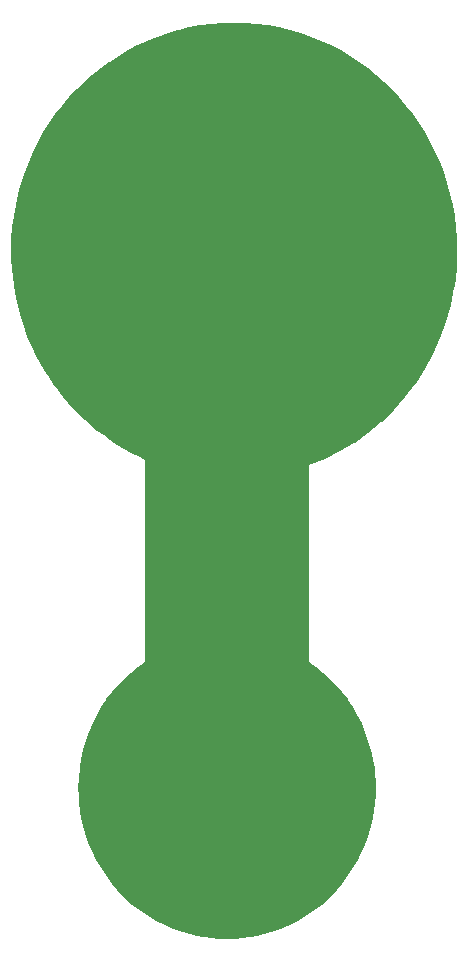
<source format=gbs>
G04 #@! TF.GenerationSoftware,KiCad,Pcbnew,(6.0.2)*
G04 #@! TF.CreationDate,2023-03-16T16:21:51-07:00*
G04 #@! TF.ProjectId,dingle-bop,64696e67-6c65-42d6-926f-702e6b696361,rev?*
G04 #@! TF.SameCoordinates,Original*
G04 #@! TF.FileFunction,Soldermask,Bot*
G04 #@! TF.FilePolarity,Negative*
%FSLAX46Y46*%
G04 Gerber Fmt 4.6, Leading zero omitted, Abs format (unit mm)*
G04 Created by KiCad (PCBNEW (6.0.2)) date 2023-03-16 16:21:51*
%MOMM*%
%LPD*%
G01*
G04 APERTURE LIST*
G04 APERTURE END LIST*
G36*
X147421606Y-59533557D02*
G01*
X147428110Y-59533893D01*
X148380818Y-59607900D01*
X148387280Y-59608570D01*
X149326103Y-59730438D01*
X149332496Y-59731436D01*
X150256236Y-59899953D01*
X150262537Y-59901269D01*
X151170113Y-60115247D01*
X151176302Y-60116874D01*
X152066448Y-60375088D01*
X152072506Y-60377012D01*
X152944122Y-60678279D01*
X152950035Y-60680490D01*
X153801924Y-61023602D01*
X153807677Y-61026087D01*
X154638668Y-61409844D01*
X154644250Y-61412591D01*
X155453153Y-61835787D01*
X155458556Y-61838784D01*
X156244235Y-62300239D01*
X156249450Y-62303476D01*
X157010661Y-62801952D01*
X157015683Y-62805417D01*
X157751298Y-63339743D01*
X157756122Y-63343428D01*
X158464923Y-63912377D01*
X158469543Y-63916271D01*
X159150377Y-64518662D01*
X159154790Y-64522759D01*
X159806452Y-65157364D01*
X159810654Y-65161656D01*
X160431964Y-65827274D01*
X160435951Y-65831754D01*
X161025740Y-66527191D01*
X161029508Y-66531854D01*
X161586586Y-67255899D01*
X161590129Y-67260738D01*
X162113310Y-68012176D01*
X162116623Y-68017185D01*
X162604731Y-68794816D01*
X162607808Y-68799989D01*
X163059658Y-69602600D01*
X163062493Y-69607931D01*
X163476902Y-70434308D01*
X163479488Y-70439789D01*
X163855295Y-71288768D01*
X163857622Y-71294389D01*
X164193624Y-72164714D01*
X164195686Y-72170467D01*
X164490714Y-73060947D01*
X164492503Y-73066820D01*
X164745386Y-73976296D01*
X164746892Y-73982275D01*
X164956445Y-74909510D01*
X164957661Y-74915581D01*
X165122702Y-75859384D01*
X165123621Y-75865530D01*
X165242972Y-76824710D01*
X165243588Y-76830912D01*
X165316066Y-77804268D01*
X165316375Y-77810505D01*
X165340777Y-78795978D01*
X165340722Y-78803960D01*
X165280799Y-80355286D01*
X165280036Y-80365095D01*
X165102253Y-81881436D01*
X165100735Y-81891113D01*
X164809703Y-83368712D01*
X164807454Y-83378185D01*
X164407808Y-84812360D01*
X164404857Y-84821568D01*
X163901233Y-86207610D01*
X163897612Y-86216503D01*
X163294650Y-87549675D01*
X163290392Y-87558214D01*
X162592708Y-88833828D01*
X162587841Y-88841980D01*
X161800098Y-90055258D01*
X161794649Y-90062998D01*
X160921464Y-91209240D01*
X160915455Y-91216542D01*
X159961490Y-92290985D01*
X159954939Y-92297827D01*
X158924843Y-93295739D01*
X158917767Y-93302095D01*
X157816167Y-94218758D01*
X157808580Y-94224598D01*
X156640145Y-95055264D01*
X156632066Y-95060553D01*
X155401445Y-95800496D01*
X155392895Y-95805196D01*
X154104720Y-96449703D01*
X154095730Y-96453769D01*
X152766787Y-96993186D01*
X152755498Y-97002152D01*
X152750000Y-97019493D01*
X152750000Y-113577868D01*
X152756296Y-113599310D01*
X152759765Y-113602952D01*
X153374873Y-114041952D01*
X153380970Y-114046590D01*
X153974249Y-114527005D01*
X153980026Y-114531979D01*
X154543273Y-115047496D01*
X154548722Y-115052794D01*
X155080297Y-115601771D01*
X155085408Y-115607378D01*
X155583699Y-116188196D01*
X155588464Y-116194101D01*
X156051866Y-116805147D01*
X156056274Y-116811339D01*
X156483170Y-117450986D01*
X156487209Y-117457454D01*
X156875982Y-118124073D01*
X156879638Y-118130803D01*
X157228697Y-118822798D01*
X157231954Y-118829777D01*
X157539685Y-119545519D01*
X157542525Y-119552728D01*
X157807323Y-120290607D01*
X157809728Y-120298025D01*
X158030253Y-121057351D01*
X158031760Y-121063030D01*
X158124455Y-121448467D01*
X158125316Y-121452308D01*
X158206506Y-121843243D01*
X158207247Y-121847119D01*
X158276503Y-122242402D01*
X158277125Y-122246311D01*
X158334231Y-122645661D01*
X158334731Y-122649596D01*
X158379503Y-123052927D01*
X158379879Y-123056883D01*
X158412109Y-123463944D01*
X158412360Y-123467916D01*
X158431845Y-123878485D01*
X158431971Y-123882467D01*
X158438503Y-124295812D01*
X158438480Y-124300939D01*
X158422233Y-124953498D01*
X158421920Y-124959769D01*
X158373752Y-125603135D01*
X158373129Y-125609370D01*
X158293812Y-126243359D01*
X158292884Y-126249535D01*
X158183199Y-126873402D01*
X158181970Y-126879502D01*
X158042715Y-127492379D01*
X158041195Y-127498384D01*
X157873135Y-128099567D01*
X157871330Y-128105462D01*
X157675267Y-128694090D01*
X157673187Y-128699862D01*
X157449891Y-129275182D01*
X157447544Y-129280820D01*
X157197799Y-129842034D01*
X157195194Y-129847526D01*
X156919802Y-130393798D01*
X156916948Y-130399138D01*
X156616650Y-130929753D01*
X156613553Y-130934931D01*
X156289180Y-131449006D01*
X156285849Y-131454016D01*
X155938158Y-131950797D01*
X155934598Y-131955634D01*
X155564383Y-132434311D01*
X155560600Y-132438969D01*
X155168633Y-132898754D01*
X155164633Y-132903225D01*
X154751734Y-133343288D01*
X154747521Y-133347569D01*
X154314457Y-133767128D01*
X154310036Y-133771212D01*
X153857564Y-134169497D01*
X153852939Y-134173375D01*
X153381894Y-134549544D01*
X153377068Y-134553211D01*
X152888235Y-134906471D01*
X152883215Y-134909918D01*
X152377339Y-135239503D01*
X152372129Y-135242720D01*
X151850017Y-135547818D01*
X151844623Y-135550795D01*
X151307096Y-135830591D01*
X151301526Y-135833318D01*
X150749289Y-136087059D01*
X150743551Y-136089525D01*
X150177475Y-136316372D01*
X150171583Y-136318565D01*
X149592364Y-136517762D01*
X149586328Y-136519669D01*
X148994826Y-136690392D01*
X148988662Y-136692004D01*
X148385570Y-136833484D01*
X148379297Y-136834788D01*
X147765448Y-136946214D01*
X147759085Y-136947202D01*
X147135214Y-137027784D01*
X147128783Y-137028447D01*
X146495682Y-137077382D01*
X146489210Y-137077715D01*
X145847625Y-137094206D01*
X145841149Y-137094206D01*
X145199565Y-137077715D01*
X145193093Y-137077382D01*
X144559992Y-137028447D01*
X144553561Y-137027784D01*
X143929689Y-136947202D01*
X143923326Y-136946214D01*
X143309477Y-136834788D01*
X143303204Y-136833484D01*
X142700112Y-136692004D01*
X142693948Y-136690392D01*
X142102445Y-136519669D01*
X142096409Y-136517762D01*
X141517189Y-136318565D01*
X141511297Y-136316372D01*
X140945221Y-136089525D01*
X140939483Y-136087059D01*
X140387245Y-135833318D01*
X140381675Y-135830591D01*
X139844139Y-135550790D01*
X139838746Y-135547813D01*
X139316651Y-135242726D01*
X139311440Y-135239509D01*
X138805554Y-134909918D01*
X138800534Y-134906471D01*
X138311689Y-134553203D01*
X138306863Y-134549536D01*
X137835838Y-134173383D01*
X137831213Y-134169505D01*
X137378742Y-133771222D01*
X137374321Y-133767138D01*
X136941244Y-133347567D01*
X136937031Y-133343287D01*
X136524121Y-132903215D01*
X136520121Y-132898743D01*
X136128164Y-132438969D01*
X136124381Y-132434311D01*
X135754172Y-131955644D01*
X135750612Y-131950807D01*
X135402907Y-131454006D01*
X135399576Y-131448996D01*
X135075208Y-130934930D01*
X135072111Y-130929752D01*
X134771812Y-130399138D01*
X134768958Y-130393798D01*
X134493565Y-129847526D01*
X134490960Y-129842034D01*
X134241214Y-129280820D01*
X134238867Y-129275182D01*
X134015571Y-128699862D01*
X134013491Y-128694090D01*
X133817427Y-128105462D01*
X133815622Y-128099567D01*
X133647562Y-127498384D01*
X133646042Y-127492379D01*
X133506787Y-126879502D01*
X133505558Y-126873402D01*
X133395872Y-126249535D01*
X133394944Y-126243359D01*
X133315627Y-125609370D01*
X133315004Y-125603135D01*
X133266835Y-124959769D01*
X133266522Y-124953498D01*
X133250300Y-124301933D01*
X133250324Y-124294822D01*
X133276364Y-123469862D01*
X133276866Y-123461919D01*
X133353868Y-122651456D01*
X133354866Y-122643590D01*
X133481227Y-121848811D01*
X133482709Y-121841061D01*
X133656825Y-121063550D01*
X133658777Y-121055951D01*
X133879036Y-120297347D01*
X133881441Y-120289931D01*
X134146234Y-119551861D01*
X134149073Y-119544653D01*
X134456797Y-118828732D01*
X134460052Y-118821753D01*
X134809119Y-118129576D01*
X134812775Y-118122844D01*
X135201556Y-117456081D01*
X135205597Y-117449610D01*
X135632483Y-116809897D01*
X135636894Y-116803700D01*
X136100294Y-116192643D01*
X136105065Y-116186731D01*
X136603352Y-115605988D01*
X136608472Y-115600373D01*
X137140036Y-115051572D01*
X137145496Y-115046266D01*
X137708711Y-114531054D01*
X137714503Y-114526069D01*
X138307785Y-114046051D01*
X138313901Y-114041404D01*
X138924004Y-113606508D01*
X138937797Y-113588951D01*
X138938755Y-113583975D01*
X138938755Y-96528632D01*
X138934213Y-96513163D01*
X138922534Y-96502971D01*
X138319572Y-96222487D01*
X138315404Y-96220454D01*
X137710494Y-95911494D01*
X137706425Y-95909321D01*
X137114145Y-95578936D01*
X137110178Y-95576627D01*
X136531055Y-95225333D01*
X136527193Y-95222894D01*
X135961653Y-94851149D01*
X135957899Y-94848583D01*
X135406483Y-94456919D01*
X135402839Y-94454231D01*
X134865999Y-94043115D01*
X134862467Y-94040308D01*
X134340739Y-93610278D01*
X134337319Y-93607356D01*
X133831109Y-93158835D01*
X133827806Y-93155801D01*
X133337687Y-92689362D01*
X133334500Y-92686219D01*
X132860923Y-92202325D01*
X132857854Y-92199076D01*
X132401310Y-91698225D01*
X132398362Y-91694873D01*
X131959313Y-91177535D01*
X131956486Y-91174082D01*
X131535480Y-90640821D01*
X131532777Y-90637270D01*
X131130250Y-90088521D01*
X131127673Y-90084874D01*
X130744138Y-89521170D01*
X130741689Y-89517430D01*
X130377616Y-88939237D01*
X130375298Y-88935406D01*
X130031194Y-88343255D01*
X130029009Y-88339336D01*
X129705351Y-87733707D01*
X129703302Y-87729703D01*
X129400576Y-87111090D01*
X129398666Y-87107004D01*
X129117354Y-86475893D01*
X129115587Y-86471729D01*
X128856185Y-85828637D01*
X128854564Y-85824399D01*
X128617567Y-85169842D01*
X128616094Y-85165534D01*
X128401955Y-84499915D01*
X128400636Y-84495542D01*
X128209886Y-83819489D01*
X128208722Y-83815058D01*
X128041812Y-83128955D01*
X128040807Y-83124469D01*
X127898243Y-82428865D01*
X127897400Y-82424333D01*
X127779660Y-81719691D01*
X127778982Y-81715119D01*
X127686557Y-81001956D01*
X127686046Y-80997352D01*
X127619422Y-80276123D01*
X127619081Y-80271496D01*
X127578751Y-79542778D01*
X127578579Y-79538135D01*
X127565033Y-78802675D01*
X127565051Y-78797237D01*
X127589474Y-77810501D01*
X127589783Y-77804266D01*
X127662235Y-76830905D01*
X127662851Y-76824705D01*
X127782158Y-75865539D01*
X127783076Y-75859395D01*
X127948065Y-74915571D01*
X127949281Y-74909501D01*
X128158761Y-73982283D01*
X128160266Y-73976305D01*
X128413068Y-73066844D01*
X128414855Y-73060972D01*
X128709802Y-72170471D01*
X128711863Y-72164719D01*
X129047784Y-71294364D01*
X129050112Y-71288743D01*
X129425798Y-70439816D01*
X129428382Y-70434335D01*
X129842705Y-69607924D01*
X129845540Y-69602593D01*
X130297283Y-68799993D01*
X130300360Y-68794819D01*
X130788364Y-68017189D01*
X130791677Y-68012179D01*
X131314757Y-67260744D01*
X131318300Y-67255904D01*
X131875281Y-66531861D01*
X131879049Y-66527197D01*
X132468746Y-65831762D01*
X132472733Y-65827281D01*
X133093970Y-65161654D01*
X133098173Y-65157361D01*
X133749759Y-64522759D01*
X133754173Y-64518661D01*
X134434932Y-63916284D01*
X134439553Y-63912388D01*
X135148329Y-63343421D01*
X135153154Y-63339736D01*
X135888719Y-62805422D01*
X135893742Y-62801956D01*
X136654933Y-62303483D01*
X136660149Y-62300245D01*
X137445829Y-61838791D01*
X137451233Y-61835793D01*
X138260179Y-61412587D01*
X138265763Y-61409840D01*
X139096767Y-61026097D01*
X139102521Y-61023611D01*
X139954519Y-60680483D01*
X139960432Y-60678273D01*
X140832102Y-60377021D01*
X140838160Y-60375096D01*
X141728465Y-60116871D01*
X141734655Y-60115245D01*
X142642367Y-59901271D01*
X142648667Y-59899955D01*
X143572611Y-59731434D01*
X143579004Y-59730437D01*
X144518024Y-59608571D01*
X144524484Y-59607901D01*
X145477452Y-59533893D01*
X145483955Y-59533557D01*
X146449673Y-59508619D01*
X146456180Y-59508619D01*
X147421606Y-59533557D01*
G37*
M02*

</source>
